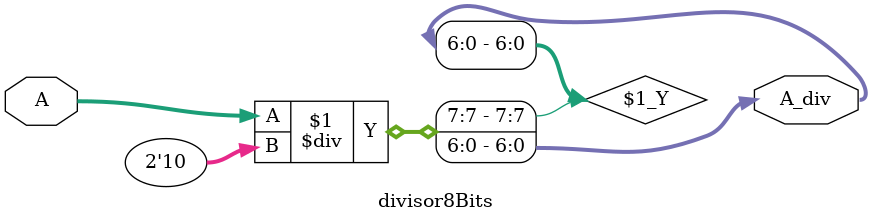
<source format=v>
/*Nesse circuito, por motivos de tempo e espaço, optou-se por nao implementar um circuito de divisao binaria completo, pois sua complexidade demandaria um tempo muito grande
e, como as provas estao chegando, nossa equipe nao conseguiu elaborar um circuito completo para divisao de 8 bits*/

module divisor8Bits(A, A_div);

    input [7:0] A;
    output [6:0] A_div;

    assign A_div = A/2'b10; /*divide A/2*/

endmodule
</source>
